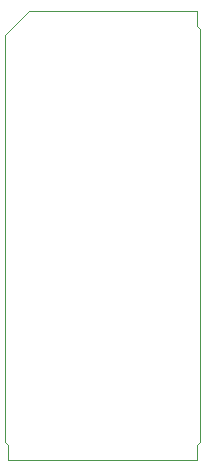
<source format=gm1>
G04 #@! TF.GenerationSoftware,KiCad,Pcbnew,5.1.9-73d0e3b20d~88~ubuntu20.10.1*
G04 #@! TF.CreationDate,2021-03-16T14:13:42-04:00*
G04 #@! TF.ProjectId,Molex78805_PCB,4d6f6c65-7837-4383-9830-355f5043422e,002*
G04 #@! TF.SameCoordinates,Original*
G04 #@! TF.FileFunction,Profile,NP*
%FSLAX46Y46*%
G04 Gerber Fmt 4.6, Leading zero omitted, Abs format (unit mm)*
G04 Created by KiCad (PCBNEW 5.1.9-73d0e3b20d~88~ubuntu20.10.1) date 2021-03-16 14:13:42*
%MOMM*%
%LPD*%
G01*
G04 APERTURE LIST*
G04 #@! TA.AperFunction,Profile*
%ADD10C,0.010000*%
G04 #@! TD*
G04 APERTURE END LIST*
D10*
X139218400Y-116937000D02*
X139218400Y-118187000D01*
X138958400Y-116677000D02*
X139218400Y-116937000D01*
X138958400Y-82247000D02*
X138958400Y-116677000D01*
X141018400Y-80187000D02*
X138958400Y-82247000D01*
X155218400Y-80187000D02*
X141018400Y-80187000D01*
X155218400Y-81437000D02*
X155218400Y-80187000D01*
X155478400Y-81697000D02*
X155218400Y-81437000D01*
X155478400Y-116677000D02*
X155478400Y-81697000D01*
X155218400Y-116937000D02*
X155478400Y-116677000D01*
X155218400Y-118187000D02*
X155218400Y-116937000D01*
X139218400Y-118187000D02*
X155218400Y-118187000D01*
M02*

</source>
